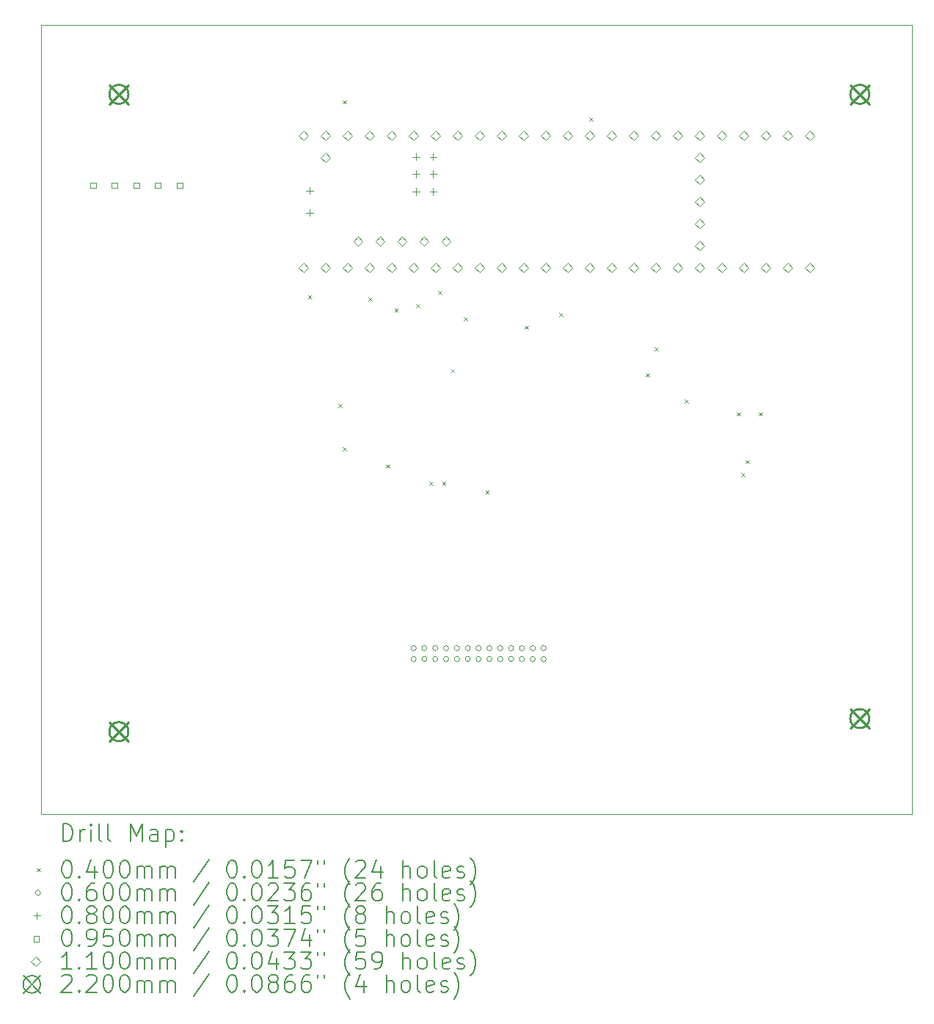
<source format=gbr>
%FSLAX45Y45*%
G04 Gerber Fmt 4.5, Leading zero omitted, Abs format (unit mm)*
G04 Created by KiCad (PCBNEW (6.0.1)) date 2022-04-12 22:30:44*
%MOMM*%
%LPD*%
G01*
G04 APERTURE LIST*
%TA.AperFunction,Profile*%
%ADD10C,0.100000*%
%TD*%
%ADD11C,0.200000*%
%ADD12C,0.040000*%
%ADD13C,0.060000*%
%ADD14C,0.080000*%
%ADD15C,0.095000*%
%ADD16C,0.110000*%
%ADD17C,0.220000*%
G04 APERTURE END LIST*
D10*
X4050000Y-5400000D02*
X14100000Y-5400000D01*
X4050000Y-14500000D02*
X4050000Y-5400000D01*
X14100000Y-14500000D02*
X4050000Y-14500000D01*
X14100000Y-14500000D02*
X14100000Y-5400000D01*
D11*
D12*
X7131000Y-8518000D02*
X7171000Y-8558000D01*
X7171000Y-8518000D02*
X7131000Y-8558000D01*
X7481000Y-9768000D02*
X7521000Y-9808000D01*
X7521000Y-9768000D02*
X7481000Y-9808000D01*
X7531000Y-6268000D02*
X7571000Y-6308000D01*
X7571000Y-6268000D02*
X7531000Y-6308000D01*
X7531000Y-10268000D02*
X7571000Y-10308000D01*
X7571000Y-10268000D02*
X7531000Y-10308000D01*
X7831000Y-8540450D02*
X7871000Y-8580450D01*
X7871000Y-8540450D02*
X7831000Y-8580450D01*
X8031000Y-10468000D02*
X8071000Y-10508000D01*
X8071000Y-10468000D02*
X8031000Y-10508000D01*
X8131000Y-8668000D02*
X8171000Y-8708000D01*
X8171000Y-8668000D02*
X8131000Y-8708000D01*
X8381000Y-8618000D02*
X8421000Y-8658000D01*
X8421000Y-8618000D02*
X8381000Y-8658000D01*
X8531000Y-10668000D02*
X8571000Y-10708000D01*
X8571000Y-10668000D02*
X8531000Y-10708000D01*
X8631000Y-8468000D02*
X8671000Y-8508000D01*
X8671000Y-8468000D02*
X8631000Y-8508000D01*
X8681000Y-10668000D02*
X8721000Y-10708000D01*
X8721000Y-10668000D02*
X8681000Y-10708000D01*
X8781000Y-9368000D02*
X8821000Y-9408000D01*
X8821000Y-9368000D02*
X8781000Y-9408000D01*
X8931000Y-8768000D02*
X8971000Y-8808000D01*
X8971000Y-8768000D02*
X8931000Y-8808000D01*
X9181000Y-10768000D02*
X9221000Y-10808000D01*
X9221000Y-10768000D02*
X9181000Y-10808000D01*
X9631000Y-8868000D02*
X9671000Y-8908000D01*
X9671000Y-8868000D02*
X9631000Y-8908000D01*
X10031000Y-8718000D02*
X10071000Y-8758000D01*
X10071000Y-8718000D02*
X10031000Y-8758000D01*
X10381000Y-6468000D02*
X10421000Y-6508000D01*
X10421000Y-6468000D02*
X10381000Y-6508000D01*
X11031000Y-9418000D02*
X11071000Y-9458000D01*
X11071000Y-9418000D02*
X11031000Y-9458000D01*
X11131000Y-9118000D02*
X11171000Y-9158000D01*
X11171000Y-9118000D02*
X11131000Y-9158000D01*
X11481000Y-9718000D02*
X11521000Y-9758000D01*
X11521000Y-9718000D02*
X11481000Y-9758000D01*
X12081000Y-9868000D02*
X12121000Y-9908000D01*
X12121000Y-9868000D02*
X12081000Y-9908000D01*
X12131000Y-10568000D02*
X12171000Y-10608000D01*
X12171000Y-10568000D02*
X12131000Y-10608000D01*
X12181000Y-10418000D02*
X12221000Y-10458000D01*
X12221000Y-10418000D02*
X12181000Y-10458000D01*
X12331000Y-9868000D02*
X12371000Y-9908000D01*
X12371000Y-9868000D02*
X12331000Y-9908000D01*
D13*
X8381000Y-12588000D02*
G75*
G03*
X8381000Y-12588000I-30000J0D01*
G01*
X8381000Y-12713000D02*
G75*
G03*
X8381000Y-12713000I-30000J0D01*
G01*
X8506000Y-12588000D02*
G75*
G03*
X8506000Y-12588000I-30000J0D01*
G01*
X8506000Y-12713000D02*
G75*
G03*
X8506000Y-12713000I-30000J0D01*
G01*
X8631000Y-12588000D02*
G75*
G03*
X8631000Y-12588000I-30000J0D01*
G01*
X8631000Y-12713000D02*
G75*
G03*
X8631000Y-12713000I-30000J0D01*
G01*
X8756000Y-12588000D02*
G75*
G03*
X8756000Y-12588000I-30000J0D01*
G01*
X8756000Y-12713000D02*
G75*
G03*
X8756000Y-12713000I-30000J0D01*
G01*
X8881000Y-12588000D02*
G75*
G03*
X8881000Y-12588000I-30000J0D01*
G01*
X8881000Y-12713000D02*
G75*
G03*
X8881000Y-12713000I-30000J0D01*
G01*
X9006000Y-12588000D02*
G75*
G03*
X9006000Y-12588000I-30000J0D01*
G01*
X9006000Y-12713000D02*
G75*
G03*
X9006000Y-12713000I-30000J0D01*
G01*
X9131000Y-12588000D02*
G75*
G03*
X9131000Y-12588000I-30000J0D01*
G01*
X9131000Y-12713000D02*
G75*
G03*
X9131000Y-12713000I-30000J0D01*
G01*
X9256000Y-12588000D02*
G75*
G03*
X9256000Y-12588000I-30000J0D01*
G01*
X9256000Y-12713000D02*
G75*
G03*
X9256000Y-12713000I-30000J0D01*
G01*
X9381000Y-12588000D02*
G75*
G03*
X9381000Y-12588000I-30000J0D01*
G01*
X9381000Y-12713000D02*
G75*
G03*
X9381000Y-12713000I-30000J0D01*
G01*
X9506000Y-12588000D02*
G75*
G03*
X9506000Y-12588000I-30000J0D01*
G01*
X9506000Y-12713000D02*
G75*
G03*
X9506000Y-12713000I-30000J0D01*
G01*
X9631000Y-12588000D02*
G75*
G03*
X9631000Y-12588000I-30000J0D01*
G01*
X9631000Y-12713000D02*
G75*
G03*
X9631000Y-12713000I-30000J0D01*
G01*
X9756000Y-12588000D02*
G75*
G03*
X9756000Y-12588000I-30000J0D01*
G01*
X9756000Y-12713000D02*
G75*
G03*
X9756000Y-12713000I-30000J0D01*
G01*
X9881000Y-12588000D02*
G75*
G03*
X9881000Y-12588000I-30000J0D01*
G01*
X9881000Y-12713000D02*
G75*
G03*
X9881000Y-12713000I-30000J0D01*
G01*
D14*
X7153000Y-7271000D02*
X7153000Y-7351000D01*
X7113000Y-7311000D02*
X7193000Y-7311000D01*
X7153000Y-7525000D02*
X7153000Y-7605000D01*
X7113000Y-7565000D02*
X7193000Y-7565000D01*
X8377000Y-6879840D02*
X8377000Y-6959840D01*
X8337000Y-6919840D02*
X8417000Y-6919840D01*
X8377000Y-7079840D02*
X8377000Y-7159840D01*
X8337000Y-7119840D02*
X8417000Y-7119840D01*
X8377000Y-7279840D02*
X8377000Y-7359840D01*
X8337000Y-7319840D02*
X8417000Y-7319840D01*
X8577000Y-6879840D02*
X8577000Y-6959840D01*
X8537000Y-6919840D02*
X8617000Y-6919840D01*
X8577000Y-7079840D02*
X8577000Y-7159840D01*
X8537000Y-7119840D02*
X8617000Y-7119840D01*
X8577000Y-7279840D02*
X8577000Y-7359840D01*
X8537000Y-7319840D02*
X8617000Y-7319840D01*
D15*
X4683588Y-7283588D02*
X4683588Y-7216412D01*
X4616412Y-7216412D01*
X4616412Y-7283588D01*
X4683588Y-7283588D01*
X4933588Y-7283588D02*
X4933588Y-7216412D01*
X4866412Y-7216412D01*
X4866412Y-7283588D01*
X4933588Y-7283588D01*
X5183588Y-7283588D02*
X5183588Y-7216412D01*
X5116412Y-7216412D01*
X5116412Y-7283588D01*
X5183588Y-7283588D01*
X5433588Y-7283588D02*
X5433588Y-7216412D01*
X5366412Y-7216412D01*
X5366412Y-7283588D01*
X5433588Y-7283588D01*
X5683588Y-7283588D02*
X5683588Y-7216412D01*
X5616412Y-7216412D01*
X5616412Y-7283588D01*
X5683588Y-7283588D01*
D16*
X7080000Y-6731000D02*
X7135000Y-6676000D01*
X7080000Y-6621000D01*
X7025000Y-6676000D01*
X7080000Y-6731000D01*
X7080000Y-8255000D02*
X7135000Y-8200000D01*
X7080000Y-8145000D01*
X7025000Y-8200000D01*
X7080000Y-8255000D01*
X7334000Y-6731000D02*
X7389000Y-6676000D01*
X7334000Y-6621000D01*
X7279000Y-6676000D01*
X7334000Y-6731000D01*
X7334000Y-6985000D02*
X7389000Y-6930000D01*
X7334000Y-6875000D01*
X7279000Y-6930000D01*
X7334000Y-6985000D01*
X7334000Y-8255000D02*
X7389000Y-8200000D01*
X7334000Y-8145000D01*
X7279000Y-8200000D01*
X7334000Y-8255000D01*
X7588000Y-6731000D02*
X7643000Y-6676000D01*
X7588000Y-6621000D01*
X7533000Y-6676000D01*
X7588000Y-6731000D01*
X7588000Y-8255000D02*
X7643000Y-8200000D01*
X7588000Y-8145000D01*
X7533000Y-8200000D01*
X7588000Y-8255000D01*
X7709920Y-7949920D02*
X7764920Y-7894920D01*
X7709920Y-7839920D01*
X7654920Y-7894920D01*
X7709920Y-7949920D01*
X7842000Y-6731000D02*
X7897000Y-6676000D01*
X7842000Y-6621000D01*
X7787000Y-6676000D01*
X7842000Y-6731000D01*
X7842000Y-8255000D02*
X7897000Y-8200000D01*
X7842000Y-8145000D01*
X7787000Y-8200000D01*
X7842000Y-8255000D01*
X7963920Y-7949920D02*
X8018920Y-7894920D01*
X7963920Y-7839920D01*
X7908920Y-7894920D01*
X7963920Y-7949920D01*
X8096000Y-6731000D02*
X8151000Y-6676000D01*
X8096000Y-6621000D01*
X8041000Y-6676000D01*
X8096000Y-6731000D01*
X8096000Y-8255000D02*
X8151000Y-8200000D01*
X8096000Y-8145000D01*
X8041000Y-8200000D01*
X8096000Y-8255000D01*
X8217920Y-7949920D02*
X8272920Y-7894920D01*
X8217920Y-7839920D01*
X8162920Y-7894920D01*
X8217920Y-7949920D01*
X8350000Y-6731000D02*
X8405000Y-6676000D01*
X8350000Y-6621000D01*
X8295000Y-6676000D01*
X8350000Y-6731000D01*
X8350000Y-8255000D02*
X8405000Y-8200000D01*
X8350000Y-8145000D01*
X8295000Y-8200000D01*
X8350000Y-8255000D01*
X8471920Y-7949920D02*
X8526920Y-7894920D01*
X8471920Y-7839920D01*
X8416920Y-7894920D01*
X8471920Y-7949920D01*
X8604000Y-6731000D02*
X8659000Y-6676000D01*
X8604000Y-6621000D01*
X8549000Y-6676000D01*
X8604000Y-6731000D01*
X8604000Y-8255000D02*
X8659000Y-8200000D01*
X8604000Y-8145000D01*
X8549000Y-8200000D01*
X8604000Y-8255000D01*
X8725920Y-7949920D02*
X8780920Y-7894920D01*
X8725920Y-7839920D01*
X8670920Y-7894920D01*
X8725920Y-7949920D01*
X8858000Y-6731000D02*
X8913000Y-6676000D01*
X8858000Y-6621000D01*
X8803000Y-6676000D01*
X8858000Y-6731000D01*
X8858000Y-8255000D02*
X8913000Y-8200000D01*
X8858000Y-8145000D01*
X8803000Y-8200000D01*
X8858000Y-8255000D01*
X9112000Y-6731000D02*
X9167000Y-6676000D01*
X9112000Y-6621000D01*
X9057000Y-6676000D01*
X9112000Y-6731000D01*
X9112000Y-8255000D02*
X9167000Y-8200000D01*
X9112000Y-8145000D01*
X9057000Y-8200000D01*
X9112000Y-8255000D01*
X9366000Y-6731000D02*
X9421000Y-6676000D01*
X9366000Y-6621000D01*
X9311000Y-6676000D01*
X9366000Y-6731000D01*
X9366000Y-8255000D02*
X9421000Y-8200000D01*
X9366000Y-8145000D01*
X9311000Y-8200000D01*
X9366000Y-8255000D01*
X9620000Y-6731000D02*
X9675000Y-6676000D01*
X9620000Y-6621000D01*
X9565000Y-6676000D01*
X9620000Y-6731000D01*
X9620000Y-8255000D02*
X9675000Y-8200000D01*
X9620000Y-8145000D01*
X9565000Y-8200000D01*
X9620000Y-8255000D01*
X9874000Y-6731000D02*
X9929000Y-6676000D01*
X9874000Y-6621000D01*
X9819000Y-6676000D01*
X9874000Y-6731000D01*
X9874000Y-8255000D02*
X9929000Y-8200000D01*
X9874000Y-8145000D01*
X9819000Y-8200000D01*
X9874000Y-8255000D01*
X10128000Y-6731000D02*
X10183000Y-6676000D01*
X10128000Y-6621000D01*
X10073000Y-6676000D01*
X10128000Y-6731000D01*
X10128000Y-8255000D02*
X10183000Y-8200000D01*
X10128000Y-8145000D01*
X10073000Y-8200000D01*
X10128000Y-8255000D01*
X10382000Y-6731000D02*
X10437000Y-6676000D01*
X10382000Y-6621000D01*
X10327000Y-6676000D01*
X10382000Y-6731000D01*
X10382000Y-8255000D02*
X10437000Y-8200000D01*
X10382000Y-8145000D01*
X10327000Y-8200000D01*
X10382000Y-8255000D01*
X10636000Y-6731000D02*
X10691000Y-6676000D01*
X10636000Y-6621000D01*
X10581000Y-6676000D01*
X10636000Y-6731000D01*
X10636000Y-8255000D02*
X10691000Y-8200000D01*
X10636000Y-8145000D01*
X10581000Y-8200000D01*
X10636000Y-8255000D01*
X10890000Y-6731000D02*
X10945000Y-6676000D01*
X10890000Y-6621000D01*
X10835000Y-6676000D01*
X10890000Y-6731000D01*
X10890000Y-8255000D02*
X10945000Y-8200000D01*
X10890000Y-8145000D01*
X10835000Y-8200000D01*
X10890000Y-8255000D01*
X11144000Y-6731000D02*
X11199000Y-6676000D01*
X11144000Y-6621000D01*
X11089000Y-6676000D01*
X11144000Y-6731000D01*
X11144000Y-8255000D02*
X11199000Y-8200000D01*
X11144000Y-8145000D01*
X11089000Y-8200000D01*
X11144000Y-8255000D01*
X11398000Y-6731000D02*
X11453000Y-6676000D01*
X11398000Y-6621000D01*
X11343000Y-6676000D01*
X11398000Y-6731000D01*
X11398000Y-8255000D02*
X11453000Y-8200000D01*
X11398000Y-8145000D01*
X11343000Y-8200000D01*
X11398000Y-8255000D01*
X11652000Y-6731000D02*
X11707000Y-6676000D01*
X11652000Y-6621000D01*
X11597000Y-6676000D01*
X11652000Y-6731000D01*
X11652000Y-6985000D02*
X11707000Y-6930000D01*
X11652000Y-6875000D01*
X11597000Y-6930000D01*
X11652000Y-6985000D01*
X11652000Y-7239000D02*
X11707000Y-7184000D01*
X11652000Y-7129000D01*
X11597000Y-7184000D01*
X11652000Y-7239000D01*
X11652000Y-7493000D02*
X11707000Y-7438000D01*
X11652000Y-7383000D01*
X11597000Y-7438000D01*
X11652000Y-7493000D01*
X11652000Y-7747000D02*
X11707000Y-7692000D01*
X11652000Y-7637000D01*
X11597000Y-7692000D01*
X11652000Y-7747000D01*
X11652000Y-8001000D02*
X11707000Y-7946000D01*
X11652000Y-7891000D01*
X11597000Y-7946000D01*
X11652000Y-8001000D01*
X11652000Y-8255000D02*
X11707000Y-8200000D01*
X11652000Y-8145000D01*
X11597000Y-8200000D01*
X11652000Y-8255000D01*
X11906000Y-6731000D02*
X11961000Y-6676000D01*
X11906000Y-6621000D01*
X11851000Y-6676000D01*
X11906000Y-6731000D01*
X11906000Y-8255000D02*
X11961000Y-8200000D01*
X11906000Y-8145000D01*
X11851000Y-8200000D01*
X11906000Y-8255000D01*
X12160000Y-6731000D02*
X12215000Y-6676000D01*
X12160000Y-6621000D01*
X12105000Y-6676000D01*
X12160000Y-6731000D01*
X12160000Y-8255000D02*
X12215000Y-8200000D01*
X12160000Y-8145000D01*
X12105000Y-8200000D01*
X12160000Y-8255000D01*
X12414000Y-6731000D02*
X12469000Y-6676000D01*
X12414000Y-6621000D01*
X12359000Y-6676000D01*
X12414000Y-6731000D01*
X12414000Y-8255000D02*
X12469000Y-8200000D01*
X12414000Y-8145000D01*
X12359000Y-8200000D01*
X12414000Y-8255000D01*
X12668000Y-6731000D02*
X12723000Y-6676000D01*
X12668000Y-6621000D01*
X12613000Y-6676000D01*
X12668000Y-6731000D01*
X12668000Y-8255000D02*
X12723000Y-8200000D01*
X12668000Y-8145000D01*
X12613000Y-8200000D01*
X12668000Y-8255000D01*
X12922000Y-6731000D02*
X12977000Y-6676000D01*
X12922000Y-6621000D01*
X12867000Y-6676000D01*
X12922000Y-6731000D01*
X12922000Y-8255000D02*
X12977000Y-8200000D01*
X12922000Y-8145000D01*
X12867000Y-8200000D01*
X12922000Y-8255000D01*
D17*
X4840000Y-6090000D02*
X5060000Y-6310000D01*
X5060000Y-6090000D02*
X4840000Y-6310000D01*
X5060000Y-6200000D02*
G75*
G03*
X5060000Y-6200000I-110000J0D01*
G01*
X4840000Y-13440000D02*
X5060000Y-13660000D01*
X5060000Y-13440000D02*
X4840000Y-13660000D01*
X5060000Y-13550000D02*
G75*
G03*
X5060000Y-13550000I-110000J0D01*
G01*
X13390000Y-6090000D02*
X13610000Y-6310000D01*
X13610000Y-6090000D02*
X13390000Y-6310000D01*
X13610000Y-6200000D02*
G75*
G03*
X13610000Y-6200000I-110000J0D01*
G01*
X13390000Y-13290000D02*
X13610000Y-13510000D01*
X13610000Y-13290000D02*
X13390000Y-13510000D01*
X13610000Y-13400000D02*
G75*
G03*
X13610000Y-13400000I-110000J0D01*
G01*
D11*
X4302619Y-14815476D02*
X4302619Y-14615476D01*
X4350238Y-14615476D01*
X4378810Y-14625000D01*
X4397857Y-14644048D01*
X4407381Y-14663095D01*
X4416905Y-14701190D01*
X4416905Y-14729762D01*
X4407381Y-14767857D01*
X4397857Y-14786905D01*
X4378810Y-14805952D01*
X4350238Y-14815476D01*
X4302619Y-14815476D01*
X4502619Y-14815476D02*
X4502619Y-14682143D01*
X4502619Y-14720238D02*
X4512143Y-14701190D01*
X4521667Y-14691667D01*
X4540714Y-14682143D01*
X4559762Y-14682143D01*
X4626429Y-14815476D02*
X4626429Y-14682143D01*
X4626429Y-14615476D02*
X4616905Y-14625000D01*
X4626429Y-14634524D01*
X4635952Y-14625000D01*
X4626429Y-14615476D01*
X4626429Y-14634524D01*
X4750238Y-14815476D02*
X4731190Y-14805952D01*
X4721667Y-14786905D01*
X4721667Y-14615476D01*
X4855000Y-14815476D02*
X4835952Y-14805952D01*
X4826429Y-14786905D01*
X4826429Y-14615476D01*
X5083571Y-14815476D02*
X5083571Y-14615476D01*
X5150238Y-14758333D01*
X5216905Y-14615476D01*
X5216905Y-14815476D01*
X5397857Y-14815476D02*
X5397857Y-14710714D01*
X5388333Y-14691667D01*
X5369286Y-14682143D01*
X5331190Y-14682143D01*
X5312143Y-14691667D01*
X5397857Y-14805952D02*
X5378810Y-14815476D01*
X5331190Y-14815476D01*
X5312143Y-14805952D01*
X5302619Y-14786905D01*
X5302619Y-14767857D01*
X5312143Y-14748809D01*
X5331190Y-14739286D01*
X5378810Y-14739286D01*
X5397857Y-14729762D01*
X5493095Y-14682143D02*
X5493095Y-14882143D01*
X5493095Y-14691667D02*
X5512143Y-14682143D01*
X5550238Y-14682143D01*
X5569286Y-14691667D01*
X5578810Y-14701190D01*
X5588333Y-14720238D01*
X5588333Y-14777381D01*
X5578810Y-14796428D01*
X5569286Y-14805952D01*
X5550238Y-14815476D01*
X5512143Y-14815476D01*
X5493095Y-14805952D01*
X5674048Y-14796428D02*
X5683571Y-14805952D01*
X5674048Y-14815476D01*
X5664524Y-14805952D01*
X5674048Y-14796428D01*
X5674048Y-14815476D01*
X5674048Y-14691667D02*
X5683571Y-14701190D01*
X5674048Y-14710714D01*
X5664524Y-14701190D01*
X5674048Y-14691667D01*
X5674048Y-14710714D01*
D12*
X4005000Y-15125000D02*
X4045000Y-15165000D01*
X4045000Y-15125000D02*
X4005000Y-15165000D01*
D11*
X4340714Y-15035476D02*
X4359762Y-15035476D01*
X4378810Y-15045000D01*
X4388333Y-15054524D01*
X4397857Y-15073571D01*
X4407381Y-15111667D01*
X4407381Y-15159286D01*
X4397857Y-15197381D01*
X4388333Y-15216428D01*
X4378810Y-15225952D01*
X4359762Y-15235476D01*
X4340714Y-15235476D01*
X4321667Y-15225952D01*
X4312143Y-15216428D01*
X4302619Y-15197381D01*
X4293095Y-15159286D01*
X4293095Y-15111667D01*
X4302619Y-15073571D01*
X4312143Y-15054524D01*
X4321667Y-15045000D01*
X4340714Y-15035476D01*
X4493095Y-15216428D02*
X4502619Y-15225952D01*
X4493095Y-15235476D01*
X4483571Y-15225952D01*
X4493095Y-15216428D01*
X4493095Y-15235476D01*
X4674048Y-15102143D02*
X4674048Y-15235476D01*
X4626429Y-15025952D02*
X4578810Y-15168809D01*
X4702619Y-15168809D01*
X4816905Y-15035476D02*
X4835952Y-15035476D01*
X4855000Y-15045000D01*
X4864524Y-15054524D01*
X4874048Y-15073571D01*
X4883571Y-15111667D01*
X4883571Y-15159286D01*
X4874048Y-15197381D01*
X4864524Y-15216428D01*
X4855000Y-15225952D01*
X4835952Y-15235476D01*
X4816905Y-15235476D01*
X4797857Y-15225952D01*
X4788333Y-15216428D01*
X4778810Y-15197381D01*
X4769286Y-15159286D01*
X4769286Y-15111667D01*
X4778810Y-15073571D01*
X4788333Y-15054524D01*
X4797857Y-15045000D01*
X4816905Y-15035476D01*
X5007381Y-15035476D02*
X5026429Y-15035476D01*
X5045476Y-15045000D01*
X5055000Y-15054524D01*
X5064524Y-15073571D01*
X5074048Y-15111667D01*
X5074048Y-15159286D01*
X5064524Y-15197381D01*
X5055000Y-15216428D01*
X5045476Y-15225952D01*
X5026429Y-15235476D01*
X5007381Y-15235476D01*
X4988333Y-15225952D01*
X4978810Y-15216428D01*
X4969286Y-15197381D01*
X4959762Y-15159286D01*
X4959762Y-15111667D01*
X4969286Y-15073571D01*
X4978810Y-15054524D01*
X4988333Y-15045000D01*
X5007381Y-15035476D01*
X5159762Y-15235476D02*
X5159762Y-15102143D01*
X5159762Y-15121190D02*
X5169286Y-15111667D01*
X5188333Y-15102143D01*
X5216905Y-15102143D01*
X5235952Y-15111667D01*
X5245476Y-15130714D01*
X5245476Y-15235476D01*
X5245476Y-15130714D02*
X5255000Y-15111667D01*
X5274048Y-15102143D01*
X5302619Y-15102143D01*
X5321667Y-15111667D01*
X5331190Y-15130714D01*
X5331190Y-15235476D01*
X5426429Y-15235476D02*
X5426429Y-15102143D01*
X5426429Y-15121190D02*
X5435952Y-15111667D01*
X5455000Y-15102143D01*
X5483571Y-15102143D01*
X5502619Y-15111667D01*
X5512143Y-15130714D01*
X5512143Y-15235476D01*
X5512143Y-15130714D02*
X5521667Y-15111667D01*
X5540714Y-15102143D01*
X5569286Y-15102143D01*
X5588333Y-15111667D01*
X5597857Y-15130714D01*
X5597857Y-15235476D01*
X5988333Y-15025952D02*
X5816905Y-15283095D01*
X6245476Y-15035476D02*
X6264524Y-15035476D01*
X6283571Y-15045000D01*
X6293095Y-15054524D01*
X6302619Y-15073571D01*
X6312143Y-15111667D01*
X6312143Y-15159286D01*
X6302619Y-15197381D01*
X6293095Y-15216428D01*
X6283571Y-15225952D01*
X6264524Y-15235476D01*
X6245476Y-15235476D01*
X6226428Y-15225952D01*
X6216905Y-15216428D01*
X6207381Y-15197381D01*
X6197857Y-15159286D01*
X6197857Y-15111667D01*
X6207381Y-15073571D01*
X6216905Y-15054524D01*
X6226428Y-15045000D01*
X6245476Y-15035476D01*
X6397857Y-15216428D02*
X6407381Y-15225952D01*
X6397857Y-15235476D01*
X6388333Y-15225952D01*
X6397857Y-15216428D01*
X6397857Y-15235476D01*
X6531190Y-15035476D02*
X6550238Y-15035476D01*
X6569286Y-15045000D01*
X6578809Y-15054524D01*
X6588333Y-15073571D01*
X6597857Y-15111667D01*
X6597857Y-15159286D01*
X6588333Y-15197381D01*
X6578809Y-15216428D01*
X6569286Y-15225952D01*
X6550238Y-15235476D01*
X6531190Y-15235476D01*
X6512143Y-15225952D01*
X6502619Y-15216428D01*
X6493095Y-15197381D01*
X6483571Y-15159286D01*
X6483571Y-15111667D01*
X6493095Y-15073571D01*
X6502619Y-15054524D01*
X6512143Y-15045000D01*
X6531190Y-15035476D01*
X6788333Y-15235476D02*
X6674048Y-15235476D01*
X6731190Y-15235476D02*
X6731190Y-15035476D01*
X6712143Y-15064048D01*
X6693095Y-15083095D01*
X6674048Y-15092619D01*
X6969286Y-15035476D02*
X6874048Y-15035476D01*
X6864524Y-15130714D01*
X6874048Y-15121190D01*
X6893095Y-15111667D01*
X6940714Y-15111667D01*
X6959762Y-15121190D01*
X6969286Y-15130714D01*
X6978809Y-15149762D01*
X6978809Y-15197381D01*
X6969286Y-15216428D01*
X6959762Y-15225952D01*
X6940714Y-15235476D01*
X6893095Y-15235476D01*
X6874048Y-15225952D01*
X6864524Y-15216428D01*
X7045476Y-15035476D02*
X7178809Y-15035476D01*
X7093095Y-15235476D01*
X7245476Y-15035476D02*
X7245476Y-15073571D01*
X7321667Y-15035476D02*
X7321667Y-15073571D01*
X7616905Y-15311667D02*
X7607381Y-15302143D01*
X7588333Y-15273571D01*
X7578809Y-15254524D01*
X7569286Y-15225952D01*
X7559762Y-15178333D01*
X7559762Y-15140238D01*
X7569286Y-15092619D01*
X7578809Y-15064048D01*
X7588333Y-15045000D01*
X7607381Y-15016428D01*
X7616905Y-15006905D01*
X7683571Y-15054524D02*
X7693095Y-15045000D01*
X7712143Y-15035476D01*
X7759762Y-15035476D01*
X7778809Y-15045000D01*
X7788333Y-15054524D01*
X7797857Y-15073571D01*
X7797857Y-15092619D01*
X7788333Y-15121190D01*
X7674048Y-15235476D01*
X7797857Y-15235476D01*
X7969286Y-15102143D02*
X7969286Y-15235476D01*
X7921667Y-15025952D02*
X7874048Y-15168809D01*
X7997857Y-15168809D01*
X8226428Y-15235476D02*
X8226428Y-15035476D01*
X8312143Y-15235476D02*
X8312143Y-15130714D01*
X8302619Y-15111667D01*
X8283571Y-15102143D01*
X8255000Y-15102143D01*
X8235952Y-15111667D01*
X8226428Y-15121190D01*
X8435952Y-15235476D02*
X8416905Y-15225952D01*
X8407381Y-15216428D01*
X8397857Y-15197381D01*
X8397857Y-15140238D01*
X8407381Y-15121190D01*
X8416905Y-15111667D01*
X8435952Y-15102143D01*
X8464524Y-15102143D01*
X8483571Y-15111667D01*
X8493095Y-15121190D01*
X8502619Y-15140238D01*
X8502619Y-15197381D01*
X8493095Y-15216428D01*
X8483571Y-15225952D01*
X8464524Y-15235476D01*
X8435952Y-15235476D01*
X8616905Y-15235476D02*
X8597857Y-15225952D01*
X8588333Y-15206905D01*
X8588333Y-15035476D01*
X8769286Y-15225952D02*
X8750238Y-15235476D01*
X8712143Y-15235476D01*
X8693095Y-15225952D01*
X8683571Y-15206905D01*
X8683571Y-15130714D01*
X8693095Y-15111667D01*
X8712143Y-15102143D01*
X8750238Y-15102143D01*
X8769286Y-15111667D01*
X8778810Y-15130714D01*
X8778810Y-15149762D01*
X8683571Y-15168809D01*
X8855000Y-15225952D02*
X8874048Y-15235476D01*
X8912143Y-15235476D01*
X8931190Y-15225952D01*
X8940714Y-15206905D01*
X8940714Y-15197381D01*
X8931190Y-15178333D01*
X8912143Y-15168809D01*
X8883571Y-15168809D01*
X8864524Y-15159286D01*
X8855000Y-15140238D01*
X8855000Y-15130714D01*
X8864524Y-15111667D01*
X8883571Y-15102143D01*
X8912143Y-15102143D01*
X8931190Y-15111667D01*
X9007381Y-15311667D02*
X9016905Y-15302143D01*
X9035952Y-15273571D01*
X9045476Y-15254524D01*
X9055000Y-15225952D01*
X9064524Y-15178333D01*
X9064524Y-15140238D01*
X9055000Y-15092619D01*
X9045476Y-15064048D01*
X9035952Y-15045000D01*
X9016905Y-15016428D01*
X9007381Y-15006905D01*
D13*
X4045000Y-15409000D02*
G75*
G03*
X4045000Y-15409000I-30000J0D01*
G01*
D11*
X4340714Y-15299476D02*
X4359762Y-15299476D01*
X4378810Y-15309000D01*
X4388333Y-15318524D01*
X4397857Y-15337571D01*
X4407381Y-15375667D01*
X4407381Y-15423286D01*
X4397857Y-15461381D01*
X4388333Y-15480428D01*
X4378810Y-15489952D01*
X4359762Y-15499476D01*
X4340714Y-15499476D01*
X4321667Y-15489952D01*
X4312143Y-15480428D01*
X4302619Y-15461381D01*
X4293095Y-15423286D01*
X4293095Y-15375667D01*
X4302619Y-15337571D01*
X4312143Y-15318524D01*
X4321667Y-15309000D01*
X4340714Y-15299476D01*
X4493095Y-15480428D02*
X4502619Y-15489952D01*
X4493095Y-15499476D01*
X4483571Y-15489952D01*
X4493095Y-15480428D01*
X4493095Y-15499476D01*
X4674048Y-15299476D02*
X4635952Y-15299476D01*
X4616905Y-15309000D01*
X4607381Y-15318524D01*
X4588333Y-15347095D01*
X4578810Y-15385190D01*
X4578810Y-15461381D01*
X4588333Y-15480428D01*
X4597857Y-15489952D01*
X4616905Y-15499476D01*
X4655000Y-15499476D01*
X4674048Y-15489952D01*
X4683571Y-15480428D01*
X4693095Y-15461381D01*
X4693095Y-15413762D01*
X4683571Y-15394714D01*
X4674048Y-15385190D01*
X4655000Y-15375667D01*
X4616905Y-15375667D01*
X4597857Y-15385190D01*
X4588333Y-15394714D01*
X4578810Y-15413762D01*
X4816905Y-15299476D02*
X4835952Y-15299476D01*
X4855000Y-15309000D01*
X4864524Y-15318524D01*
X4874048Y-15337571D01*
X4883571Y-15375667D01*
X4883571Y-15423286D01*
X4874048Y-15461381D01*
X4864524Y-15480428D01*
X4855000Y-15489952D01*
X4835952Y-15499476D01*
X4816905Y-15499476D01*
X4797857Y-15489952D01*
X4788333Y-15480428D01*
X4778810Y-15461381D01*
X4769286Y-15423286D01*
X4769286Y-15375667D01*
X4778810Y-15337571D01*
X4788333Y-15318524D01*
X4797857Y-15309000D01*
X4816905Y-15299476D01*
X5007381Y-15299476D02*
X5026429Y-15299476D01*
X5045476Y-15309000D01*
X5055000Y-15318524D01*
X5064524Y-15337571D01*
X5074048Y-15375667D01*
X5074048Y-15423286D01*
X5064524Y-15461381D01*
X5055000Y-15480428D01*
X5045476Y-15489952D01*
X5026429Y-15499476D01*
X5007381Y-15499476D01*
X4988333Y-15489952D01*
X4978810Y-15480428D01*
X4969286Y-15461381D01*
X4959762Y-15423286D01*
X4959762Y-15375667D01*
X4969286Y-15337571D01*
X4978810Y-15318524D01*
X4988333Y-15309000D01*
X5007381Y-15299476D01*
X5159762Y-15499476D02*
X5159762Y-15366143D01*
X5159762Y-15385190D02*
X5169286Y-15375667D01*
X5188333Y-15366143D01*
X5216905Y-15366143D01*
X5235952Y-15375667D01*
X5245476Y-15394714D01*
X5245476Y-15499476D01*
X5245476Y-15394714D02*
X5255000Y-15375667D01*
X5274048Y-15366143D01*
X5302619Y-15366143D01*
X5321667Y-15375667D01*
X5331190Y-15394714D01*
X5331190Y-15499476D01*
X5426429Y-15499476D02*
X5426429Y-15366143D01*
X5426429Y-15385190D02*
X5435952Y-15375667D01*
X5455000Y-15366143D01*
X5483571Y-15366143D01*
X5502619Y-15375667D01*
X5512143Y-15394714D01*
X5512143Y-15499476D01*
X5512143Y-15394714D02*
X5521667Y-15375667D01*
X5540714Y-15366143D01*
X5569286Y-15366143D01*
X5588333Y-15375667D01*
X5597857Y-15394714D01*
X5597857Y-15499476D01*
X5988333Y-15289952D02*
X5816905Y-15547095D01*
X6245476Y-15299476D02*
X6264524Y-15299476D01*
X6283571Y-15309000D01*
X6293095Y-15318524D01*
X6302619Y-15337571D01*
X6312143Y-15375667D01*
X6312143Y-15423286D01*
X6302619Y-15461381D01*
X6293095Y-15480428D01*
X6283571Y-15489952D01*
X6264524Y-15499476D01*
X6245476Y-15499476D01*
X6226428Y-15489952D01*
X6216905Y-15480428D01*
X6207381Y-15461381D01*
X6197857Y-15423286D01*
X6197857Y-15375667D01*
X6207381Y-15337571D01*
X6216905Y-15318524D01*
X6226428Y-15309000D01*
X6245476Y-15299476D01*
X6397857Y-15480428D02*
X6407381Y-15489952D01*
X6397857Y-15499476D01*
X6388333Y-15489952D01*
X6397857Y-15480428D01*
X6397857Y-15499476D01*
X6531190Y-15299476D02*
X6550238Y-15299476D01*
X6569286Y-15309000D01*
X6578809Y-15318524D01*
X6588333Y-15337571D01*
X6597857Y-15375667D01*
X6597857Y-15423286D01*
X6588333Y-15461381D01*
X6578809Y-15480428D01*
X6569286Y-15489952D01*
X6550238Y-15499476D01*
X6531190Y-15499476D01*
X6512143Y-15489952D01*
X6502619Y-15480428D01*
X6493095Y-15461381D01*
X6483571Y-15423286D01*
X6483571Y-15375667D01*
X6493095Y-15337571D01*
X6502619Y-15318524D01*
X6512143Y-15309000D01*
X6531190Y-15299476D01*
X6674048Y-15318524D02*
X6683571Y-15309000D01*
X6702619Y-15299476D01*
X6750238Y-15299476D01*
X6769286Y-15309000D01*
X6778809Y-15318524D01*
X6788333Y-15337571D01*
X6788333Y-15356619D01*
X6778809Y-15385190D01*
X6664524Y-15499476D01*
X6788333Y-15499476D01*
X6855000Y-15299476D02*
X6978809Y-15299476D01*
X6912143Y-15375667D01*
X6940714Y-15375667D01*
X6959762Y-15385190D01*
X6969286Y-15394714D01*
X6978809Y-15413762D01*
X6978809Y-15461381D01*
X6969286Y-15480428D01*
X6959762Y-15489952D01*
X6940714Y-15499476D01*
X6883571Y-15499476D01*
X6864524Y-15489952D01*
X6855000Y-15480428D01*
X7150238Y-15299476D02*
X7112143Y-15299476D01*
X7093095Y-15309000D01*
X7083571Y-15318524D01*
X7064524Y-15347095D01*
X7055000Y-15385190D01*
X7055000Y-15461381D01*
X7064524Y-15480428D01*
X7074048Y-15489952D01*
X7093095Y-15499476D01*
X7131190Y-15499476D01*
X7150238Y-15489952D01*
X7159762Y-15480428D01*
X7169286Y-15461381D01*
X7169286Y-15413762D01*
X7159762Y-15394714D01*
X7150238Y-15385190D01*
X7131190Y-15375667D01*
X7093095Y-15375667D01*
X7074048Y-15385190D01*
X7064524Y-15394714D01*
X7055000Y-15413762D01*
X7245476Y-15299476D02*
X7245476Y-15337571D01*
X7321667Y-15299476D02*
X7321667Y-15337571D01*
X7616905Y-15575667D02*
X7607381Y-15566143D01*
X7588333Y-15537571D01*
X7578809Y-15518524D01*
X7569286Y-15489952D01*
X7559762Y-15442333D01*
X7559762Y-15404238D01*
X7569286Y-15356619D01*
X7578809Y-15328048D01*
X7588333Y-15309000D01*
X7607381Y-15280428D01*
X7616905Y-15270905D01*
X7683571Y-15318524D02*
X7693095Y-15309000D01*
X7712143Y-15299476D01*
X7759762Y-15299476D01*
X7778809Y-15309000D01*
X7788333Y-15318524D01*
X7797857Y-15337571D01*
X7797857Y-15356619D01*
X7788333Y-15385190D01*
X7674048Y-15499476D01*
X7797857Y-15499476D01*
X7969286Y-15299476D02*
X7931190Y-15299476D01*
X7912143Y-15309000D01*
X7902619Y-15318524D01*
X7883571Y-15347095D01*
X7874048Y-15385190D01*
X7874048Y-15461381D01*
X7883571Y-15480428D01*
X7893095Y-15489952D01*
X7912143Y-15499476D01*
X7950238Y-15499476D01*
X7969286Y-15489952D01*
X7978809Y-15480428D01*
X7988333Y-15461381D01*
X7988333Y-15413762D01*
X7978809Y-15394714D01*
X7969286Y-15385190D01*
X7950238Y-15375667D01*
X7912143Y-15375667D01*
X7893095Y-15385190D01*
X7883571Y-15394714D01*
X7874048Y-15413762D01*
X8226428Y-15499476D02*
X8226428Y-15299476D01*
X8312143Y-15499476D02*
X8312143Y-15394714D01*
X8302619Y-15375667D01*
X8283571Y-15366143D01*
X8255000Y-15366143D01*
X8235952Y-15375667D01*
X8226428Y-15385190D01*
X8435952Y-15499476D02*
X8416905Y-15489952D01*
X8407381Y-15480428D01*
X8397857Y-15461381D01*
X8397857Y-15404238D01*
X8407381Y-15385190D01*
X8416905Y-15375667D01*
X8435952Y-15366143D01*
X8464524Y-15366143D01*
X8483571Y-15375667D01*
X8493095Y-15385190D01*
X8502619Y-15404238D01*
X8502619Y-15461381D01*
X8493095Y-15480428D01*
X8483571Y-15489952D01*
X8464524Y-15499476D01*
X8435952Y-15499476D01*
X8616905Y-15499476D02*
X8597857Y-15489952D01*
X8588333Y-15470905D01*
X8588333Y-15299476D01*
X8769286Y-15489952D02*
X8750238Y-15499476D01*
X8712143Y-15499476D01*
X8693095Y-15489952D01*
X8683571Y-15470905D01*
X8683571Y-15394714D01*
X8693095Y-15375667D01*
X8712143Y-15366143D01*
X8750238Y-15366143D01*
X8769286Y-15375667D01*
X8778810Y-15394714D01*
X8778810Y-15413762D01*
X8683571Y-15432809D01*
X8855000Y-15489952D02*
X8874048Y-15499476D01*
X8912143Y-15499476D01*
X8931190Y-15489952D01*
X8940714Y-15470905D01*
X8940714Y-15461381D01*
X8931190Y-15442333D01*
X8912143Y-15432809D01*
X8883571Y-15432809D01*
X8864524Y-15423286D01*
X8855000Y-15404238D01*
X8855000Y-15394714D01*
X8864524Y-15375667D01*
X8883571Y-15366143D01*
X8912143Y-15366143D01*
X8931190Y-15375667D01*
X9007381Y-15575667D02*
X9016905Y-15566143D01*
X9035952Y-15537571D01*
X9045476Y-15518524D01*
X9055000Y-15489952D01*
X9064524Y-15442333D01*
X9064524Y-15404238D01*
X9055000Y-15356619D01*
X9045476Y-15328048D01*
X9035952Y-15309000D01*
X9016905Y-15280428D01*
X9007381Y-15270905D01*
D14*
X4005000Y-15633000D02*
X4005000Y-15713000D01*
X3965000Y-15673000D02*
X4045000Y-15673000D01*
D11*
X4340714Y-15563476D02*
X4359762Y-15563476D01*
X4378810Y-15573000D01*
X4388333Y-15582524D01*
X4397857Y-15601571D01*
X4407381Y-15639667D01*
X4407381Y-15687286D01*
X4397857Y-15725381D01*
X4388333Y-15744428D01*
X4378810Y-15753952D01*
X4359762Y-15763476D01*
X4340714Y-15763476D01*
X4321667Y-15753952D01*
X4312143Y-15744428D01*
X4302619Y-15725381D01*
X4293095Y-15687286D01*
X4293095Y-15639667D01*
X4302619Y-15601571D01*
X4312143Y-15582524D01*
X4321667Y-15573000D01*
X4340714Y-15563476D01*
X4493095Y-15744428D02*
X4502619Y-15753952D01*
X4493095Y-15763476D01*
X4483571Y-15753952D01*
X4493095Y-15744428D01*
X4493095Y-15763476D01*
X4616905Y-15649190D02*
X4597857Y-15639667D01*
X4588333Y-15630143D01*
X4578810Y-15611095D01*
X4578810Y-15601571D01*
X4588333Y-15582524D01*
X4597857Y-15573000D01*
X4616905Y-15563476D01*
X4655000Y-15563476D01*
X4674048Y-15573000D01*
X4683571Y-15582524D01*
X4693095Y-15601571D01*
X4693095Y-15611095D01*
X4683571Y-15630143D01*
X4674048Y-15639667D01*
X4655000Y-15649190D01*
X4616905Y-15649190D01*
X4597857Y-15658714D01*
X4588333Y-15668238D01*
X4578810Y-15687286D01*
X4578810Y-15725381D01*
X4588333Y-15744428D01*
X4597857Y-15753952D01*
X4616905Y-15763476D01*
X4655000Y-15763476D01*
X4674048Y-15753952D01*
X4683571Y-15744428D01*
X4693095Y-15725381D01*
X4693095Y-15687286D01*
X4683571Y-15668238D01*
X4674048Y-15658714D01*
X4655000Y-15649190D01*
X4816905Y-15563476D02*
X4835952Y-15563476D01*
X4855000Y-15573000D01*
X4864524Y-15582524D01*
X4874048Y-15601571D01*
X4883571Y-15639667D01*
X4883571Y-15687286D01*
X4874048Y-15725381D01*
X4864524Y-15744428D01*
X4855000Y-15753952D01*
X4835952Y-15763476D01*
X4816905Y-15763476D01*
X4797857Y-15753952D01*
X4788333Y-15744428D01*
X4778810Y-15725381D01*
X4769286Y-15687286D01*
X4769286Y-15639667D01*
X4778810Y-15601571D01*
X4788333Y-15582524D01*
X4797857Y-15573000D01*
X4816905Y-15563476D01*
X5007381Y-15563476D02*
X5026429Y-15563476D01*
X5045476Y-15573000D01*
X5055000Y-15582524D01*
X5064524Y-15601571D01*
X5074048Y-15639667D01*
X5074048Y-15687286D01*
X5064524Y-15725381D01*
X5055000Y-15744428D01*
X5045476Y-15753952D01*
X5026429Y-15763476D01*
X5007381Y-15763476D01*
X4988333Y-15753952D01*
X4978810Y-15744428D01*
X4969286Y-15725381D01*
X4959762Y-15687286D01*
X4959762Y-15639667D01*
X4969286Y-15601571D01*
X4978810Y-15582524D01*
X4988333Y-15573000D01*
X5007381Y-15563476D01*
X5159762Y-15763476D02*
X5159762Y-15630143D01*
X5159762Y-15649190D02*
X5169286Y-15639667D01*
X5188333Y-15630143D01*
X5216905Y-15630143D01*
X5235952Y-15639667D01*
X5245476Y-15658714D01*
X5245476Y-15763476D01*
X5245476Y-15658714D02*
X5255000Y-15639667D01*
X5274048Y-15630143D01*
X5302619Y-15630143D01*
X5321667Y-15639667D01*
X5331190Y-15658714D01*
X5331190Y-15763476D01*
X5426429Y-15763476D02*
X5426429Y-15630143D01*
X5426429Y-15649190D02*
X5435952Y-15639667D01*
X5455000Y-15630143D01*
X5483571Y-15630143D01*
X5502619Y-15639667D01*
X5512143Y-15658714D01*
X5512143Y-15763476D01*
X5512143Y-15658714D02*
X5521667Y-15639667D01*
X5540714Y-15630143D01*
X5569286Y-15630143D01*
X5588333Y-15639667D01*
X5597857Y-15658714D01*
X5597857Y-15763476D01*
X5988333Y-15553952D02*
X5816905Y-15811095D01*
X6245476Y-15563476D02*
X6264524Y-15563476D01*
X6283571Y-15573000D01*
X6293095Y-15582524D01*
X6302619Y-15601571D01*
X6312143Y-15639667D01*
X6312143Y-15687286D01*
X6302619Y-15725381D01*
X6293095Y-15744428D01*
X6283571Y-15753952D01*
X6264524Y-15763476D01*
X6245476Y-15763476D01*
X6226428Y-15753952D01*
X6216905Y-15744428D01*
X6207381Y-15725381D01*
X6197857Y-15687286D01*
X6197857Y-15639667D01*
X6207381Y-15601571D01*
X6216905Y-15582524D01*
X6226428Y-15573000D01*
X6245476Y-15563476D01*
X6397857Y-15744428D02*
X6407381Y-15753952D01*
X6397857Y-15763476D01*
X6388333Y-15753952D01*
X6397857Y-15744428D01*
X6397857Y-15763476D01*
X6531190Y-15563476D02*
X6550238Y-15563476D01*
X6569286Y-15573000D01*
X6578809Y-15582524D01*
X6588333Y-15601571D01*
X6597857Y-15639667D01*
X6597857Y-15687286D01*
X6588333Y-15725381D01*
X6578809Y-15744428D01*
X6569286Y-15753952D01*
X6550238Y-15763476D01*
X6531190Y-15763476D01*
X6512143Y-15753952D01*
X6502619Y-15744428D01*
X6493095Y-15725381D01*
X6483571Y-15687286D01*
X6483571Y-15639667D01*
X6493095Y-15601571D01*
X6502619Y-15582524D01*
X6512143Y-15573000D01*
X6531190Y-15563476D01*
X6664524Y-15563476D02*
X6788333Y-15563476D01*
X6721667Y-15639667D01*
X6750238Y-15639667D01*
X6769286Y-15649190D01*
X6778809Y-15658714D01*
X6788333Y-15677762D01*
X6788333Y-15725381D01*
X6778809Y-15744428D01*
X6769286Y-15753952D01*
X6750238Y-15763476D01*
X6693095Y-15763476D01*
X6674048Y-15753952D01*
X6664524Y-15744428D01*
X6978809Y-15763476D02*
X6864524Y-15763476D01*
X6921667Y-15763476D02*
X6921667Y-15563476D01*
X6902619Y-15592048D01*
X6883571Y-15611095D01*
X6864524Y-15620619D01*
X7159762Y-15563476D02*
X7064524Y-15563476D01*
X7055000Y-15658714D01*
X7064524Y-15649190D01*
X7083571Y-15639667D01*
X7131190Y-15639667D01*
X7150238Y-15649190D01*
X7159762Y-15658714D01*
X7169286Y-15677762D01*
X7169286Y-15725381D01*
X7159762Y-15744428D01*
X7150238Y-15753952D01*
X7131190Y-15763476D01*
X7083571Y-15763476D01*
X7064524Y-15753952D01*
X7055000Y-15744428D01*
X7245476Y-15563476D02*
X7245476Y-15601571D01*
X7321667Y-15563476D02*
X7321667Y-15601571D01*
X7616905Y-15839667D02*
X7607381Y-15830143D01*
X7588333Y-15801571D01*
X7578809Y-15782524D01*
X7569286Y-15753952D01*
X7559762Y-15706333D01*
X7559762Y-15668238D01*
X7569286Y-15620619D01*
X7578809Y-15592048D01*
X7588333Y-15573000D01*
X7607381Y-15544428D01*
X7616905Y-15534905D01*
X7721667Y-15649190D02*
X7702619Y-15639667D01*
X7693095Y-15630143D01*
X7683571Y-15611095D01*
X7683571Y-15601571D01*
X7693095Y-15582524D01*
X7702619Y-15573000D01*
X7721667Y-15563476D01*
X7759762Y-15563476D01*
X7778809Y-15573000D01*
X7788333Y-15582524D01*
X7797857Y-15601571D01*
X7797857Y-15611095D01*
X7788333Y-15630143D01*
X7778809Y-15639667D01*
X7759762Y-15649190D01*
X7721667Y-15649190D01*
X7702619Y-15658714D01*
X7693095Y-15668238D01*
X7683571Y-15687286D01*
X7683571Y-15725381D01*
X7693095Y-15744428D01*
X7702619Y-15753952D01*
X7721667Y-15763476D01*
X7759762Y-15763476D01*
X7778809Y-15753952D01*
X7788333Y-15744428D01*
X7797857Y-15725381D01*
X7797857Y-15687286D01*
X7788333Y-15668238D01*
X7778809Y-15658714D01*
X7759762Y-15649190D01*
X8035952Y-15763476D02*
X8035952Y-15563476D01*
X8121667Y-15763476D02*
X8121667Y-15658714D01*
X8112143Y-15639667D01*
X8093095Y-15630143D01*
X8064524Y-15630143D01*
X8045476Y-15639667D01*
X8035952Y-15649190D01*
X8245476Y-15763476D02*
X8226428Y-15753952D01*
X8216905Y-15744428D01*
X8207381Y-15725381D01*
X8207381Y-15668238D01*
X8216905Y-15649190D01*
X8226428Y-15639667D01*
X8245476Y-15630143D01*
X8274048Y-15630143D01*
X8293095Y-15639667D01*
X8302619Y-15649190D01*
X8312143Y-15668238D01*
X8312143Y-15725381D01*
X8302619Y-15744428D01*
X8293095Y-15753952D01*
X8274048Y-15763476D01*
X8245476Y-15763476D01*
X8426429Y-15763476D02*
X8407381Y-15753952D01*
X8397857Y-15734905D01*
X8397857Y-15563476D01*
X8578810Y-15753952D02*
X8559762Y-15763476D01*
X8521667Y-15763476D01*
X8502619Y-15753952D01*
X8493095Y-15734905D01*
X8493095Y-15658714D01*
X8502619Y-15639667D01*
X8521667Y-15630143D01*
X8559762Y-15630143D01*
X8578810Y-15639667D01*
X8588333Y-15658714D01*
X8588333Y-15677762D01*
X8493095Y-15696809D01*
X8664524Y-15753952D02*
X8683571Y-15763476D01*
X8721667Y-15763476D01*
X8740714Y-15753952D01*
X8750238Y-15734905D01*
X8750238Y-15725381D01*
X8740714Y-15706333D01*
X8721667Y-15696809D01*
X8693095Y-15696809D01*
X8674048Y-15687286D01*
X8664524Y-15668238D01*
X8664524Y-15658714D01*
X8674048Y-15639667D01*
X8693095Y-15630143D01*
X8721667Y-15630143D01*
X8740714Y-15639667D01*
X8816905Y-15839667D02*
X8826429Y-15830143D01*
X8845476Y-15801571D01*
X8855000Y-15782524D01*
X8864524Y-15753952D01*
X8874048Y-15706333D01*
X8874048Y-15668238D01*
X8864524Y-15620619D01*
X8855000Y-15592048D01*
X8845476Y-15573000D01*
X8826429Y-15544428D01*
X8816905Y-15534905D01*
D15*
X4031088Y-15970588D02*
X4031088Y-15903412D01*
X3963912Y-15903412D01*
X3963912Y-15970588D01*
X4031088Y-15970588D01*
D11*
X4340714Y-15827476D02*
X4359762Y-15827476D01*
X4378810Y-15837000D01*
X4388333Y-15846524D01*
X4397857Y-15865571D01*
X4407381Y-15903667D01*
X4407381Y-15951286D01*
X4397857Y-15989381D01*
X4388333Y-16008428D01*
X4378810Y-16017952D01*
X4359762Y-16027476D01*
X4340714Y-16027476D01*
X4321667Y-16017952D01*
X4312143Y-16008428D01*
X4302619Y-15989381D01*
X4293095Y-15951286D01*
X4293095Y-15903667D01*
X4302619Y-15865571D01*
X4312143Y-15846524D01*
X4321667Y-15837000D01*
X4340714Y-15827476D01*
X4493095Y-16008428D02*
X4502619Y-16017952D01*
X4493095Y-16027476D01*
X4483571Y-16017952D01*
X4493095Y-16008428D01*
X4493095Y-16027476D01*
X4597857Y-16027476D02*
X4635952Y-16027476D01*
X4655000Y-16017952D01*
X4664524Y-16008428D01*
X4683571Y-15979857D01*
X4693095Y-15941762D01*
X4693095Y-15865571D01*
X4683571Y-15846524D01*
X4674048Y-15837000D01*
X4655000Y-15827476D01*
X4616905Y-15827476D01*
X4597857Y-15837000D01*
X4588333Y-15846524D01*
X4578810Y-15865571D01*
X4578810Y-15913190D01*
X4588333Y-15932238D01*
X4597857Y-15941762D01*
X4616905Y-15951286D01*
X4655000Y-15951286D01*
X4674048Y-15941762D01*
X4683571Y-15932238D01*
X4693095Y-15913190D01*
X4874048Y-15827476D02*
X4778810Y-15827476D01*
X4769286Y-15922714D01*
X4778810Y-15913190D01*
X4797857Y-15903667D01*
X4845476Y-15903667D01*
X4864524Y-15913190D01*
X4874048Y-15922714D01*
X4883571Y-15941762D01*
X4883571Y-15989381D01*
X4874048Y-16008428D01*
X4864524Y-16017952D01*
X4845476Y-16027476D01*
X4797857Y-16027476D01*
X4778810Y-16017952D01*
X4769286Y-16008428D01*
X5007381Y-15827476D02*
X5026429Y-15827476D01*
X5045476Y-15837000D01*
X5055000Y-15846524D01*
X5064524Y-15865571D01*
X5074048Y-15903667D01*
X5074048Y-15951286D01*
X5064524Y-15989381D01*
X5055000Y-16008428D01*
X5045476Y-16017952D01*
X5026429Y-16027476D01*
X5007381Y-16027476D01*
X4988333Y-16017952D01*
X4978810Y-16008428D01*
X4969286Y-15989381D01*
X4959762Y-15951286D01*
X4959762Y-15903667D01*
X4969286Y-15865571D01*
X4978810Y-15846524D01*
X4988333Y-15837000D01*
X5007381Y-15827476D01*
X5159762Y-16027476D02*
X5159762Y-15894143D01*
X5159762Y-15913190D02*
X5169286Y-15903667D01*
X5188333Y-15894143D01*
X5216905Y-15894143D01*
X5235952Y-15903667D01*
X5245476Y-15922714D01*
X5245476Y-16027476D01*
X5245476Y-15922714D02*
X5255000Y-15903667D01*
X5274048Y-15894143D01*
X5302619Y-15894143D01*
X5321667Y-15903667D01*
X5331190Y-15922714D01*
X5331190Y-16027476D01*
X5426429Y-16027476D02*
X5426429Y-15894143D01*
X5426429Y-15913190D02*
X5435952Y-15903667D01*
X5455000Y-15894143D01*
X5483571Y-15894143D01*
X5502619Y-15903667D01*
X5512143Y-15922714D01*
X5512143Y-16027476D01*
X5512143Y-15922714D02*
X5521667Y-15903667D01*
X5540714Y-15894143D01*
X5569286Y-15894143D01*
X5588333Y-15903667D01*
X5597857Y-15922714D01*
X5597857Y-16027476D01*
X5988333Y-15817952D02*
X5816905Y-16075095D01*
X6245476Y-15827476D02*
X6264524Y-15827476D01*
X6283571Y-15837000D01*
X6293095Y-15846524D01*
X6302619Y-15865571D01*
X6312143Y-15903667D01*
X6312143Y-15951286D01*
X6302619Y-15989381D01*
X6293095Y-16008428D01*
X6283571Y-16017952D01*
X6264524Y-16027476D01*
X6245476Y-16027476D01*
X6226428Y-16017952D01*
X6216905Y-16008428D01*
X6207381Y-15989381D01*
X6197857Y-15951286D01*
X6197857Y-15903667D01*
X6207381Y-15865571D01*
X6216905Y-15846524D01*
X6226428Y-15837000D01*
X6245476Y-15827476D01*
X6397857Y-16008428D02*
X6407381Y-16017952D01*
X6397857Y-16027476D01*
X6388333Y-16017952D01*
X6397857Y-16008428D01*
X6397857Y-16027476D01*
X6531190Y-15827476D02*
X6550238Y-15827476D01*
X6569286Y-15837000D01*
X6578809Y-15846524D01*
X6588333Y-15865571D01*
X6597857Y-15903667D01*
X6597857Y-15951286D01*
X6588333Y-15989381D01*
X6578809Y-16008428D01*
X6569286Y-16017952D01*
X6550238Y-16027476D01*
X6531190Y-16027476D01*
X6512143Y-16017952D01*
X6502619Y-16008428D01*
X6493095Y-15989381D01*
X6483571Y-15951286D01*
X6483571Y-15903667D01*
X6493095Y-15865571D01*
X6502619Y-15846524D01*
X6512143Y-15837000D01*
X6531190Y-15827476D01*
X6664524Y-15827476D02*
X6788333Y-15827476D01*
X6721667Y-15903667D01*
X6750238Y-15903667D01*
X6769286Y-15913190D01*
X6778809Y-15922714D01*
X6788333Y-15941762D01*
X6788333Y-15989381D01*
X6778809Y-16008428D01*
X6769286Y-16017952D01*
X6750238Y-16027476D01*
X6693095Y-16027476D01*
X6674048Y-16017952D01*
X6664524Y-16008428D01*
X6855000Y-15827476D02*
X6988333Y-15827476D01*
X6902619Y-16027476D01*
X7150238Y-15894143D02*
X7150238Y-16027476D01*
X7102619Y-15817952D02*
X7055000Y-15960809D01*
X7178809Y-15960809D01*
X7245476Y-15827476D02*
X7245476Y-15865571D01*
X7321667Y-15827476D02*
X7321667Y-15865571D01*
X7616905Y-16103667D02*
X7607381Y-16094143D01*
X7588333Y-16065571D01*
X7578809Y-16046524D01*
X7569286Y-16017952D01*
X7559762Y-15970333D01*
X7559762Y-15932238D01*
X7569286Y-15884619D01*
X7578809Y-15856048D01*
X7588333Y-15837000D01*
X7607381Y-15808428D01*
X7616905Y-15798905D01*
X7788333Y-15827476D02*
X7693095Y-15827476D01*
X7683571Y-15922714D01*
X7693095Y-15913190D01*
X7712143Y-15903667D01*
X7759762Y-15903667D01*
X7778809Y-15913190D01*
X7788333Y-15922714D01*
X7797857Y-15941762D01*
X7797857Y-15989381D01*
X7788333Y-16008428D01*
X7778809Y-16017952D01*
X7759762Y-16027476D01*
X7712143Y-16027476D01*
X7693095Y-16017952D01*
X7683571Y-16008428D01*
X8035952Y-16027476D02*
X8035952Y-15827476D01*
X8121667Y-16027476D02*
X8121667Y-15922714D01*
X8112143Y-15903667D01*
X8093095Y-15894143D01*
X8064524Y-15894143D01*
X8045476Y-15903667D01*
X8035952Y-15913190D01*
X8245476Y-16027476D02*
X8226428Y-16017952D01*
X8216905Y-16008428D01*
X8207381Y-15989381D01*
X8207381Y-15932238D01*
X8216905Y-15913190D01*
X8226428Y-15903667D01*
X8245476Y-15894143D01*
X8274048Y-15894143D01*
X8293095Y-15903667D01*
X8302619Y-15913190D01*
X8312143Y-15932238D01*
X8312143Y-15989381D01*
X8302619Y-16008428D01*
X8293095Y-16017952D01*
X8274048Y-16027476D01*
X8245476Y-16027476D01*
X8426429Y-16027476D02*
X8407381Y-16017952D01*
X8397857Y-15998905D01*
X8397857Y-15827476D01*
X8578810Y-16017952D02*
X8559762Y-16027476D01*
X8521667Y-16027476D01*
X8502619Y-16017952D01*
X8493095Y-15998905D01*
X8493095Y-15922714D01*
X8502619Y-15903667D01*
X8521667Y-15894143D01*
X8559762Y-15894143D01*
X8578810Y-15903667D01*
X8588333Y-15922714D01*
X8588333Y-15941762D01*
X8493095Y-15960809D01*
X8664524Y-16017952D02*
X8683571Y-16027476D01*
X8721667Y-16027476D01*
X8740714Y-16017952D01*
X8750238Y-15998905D01*
X8750238Y-15989381D01*
X8740714Y-15970333D01*
X8721667Y-15960809D01*
X8693095Y-15960809D01*
X8674048Y-15951286D01*
X8664524Y-15932238D01*
X8664524Y-15922714D01*
X8674048Y-15903667D01*
X8693095Y-15894143D01*
X8721667Y-15894143D01*
X8740714Y-15903667D01*
X8816905Y-16103667D02*
X8826429Y-16094143D01*
X8845476Y-16065571D01*
X8855000Y-16046524D01*
X8864524Y-16017952D01*
X8874048Y-15970333D01*
X8874048Y-15932238D01*
X8864524Y-15884619D01*
X8855000Y-15856048D01*
X8845476Y-15837000D01*
X8826429Y-15808428D01*
X8816905Y-15798905D01*
D16*
X3990000Y-16256000D02*
X4045000Y-16201000D01*
X3990000Y-16146000D01*
X3935000Y-16201000D01*
X3990000Y-16256000D01*
D11*
X4407381Y-16291476D02*
X4293095Y-16291476D01*
X4350238Y-16291476D02*
X4350238Y-16091476D01*
X4331190Y-16120048D01*
X4312143Y-16139095D01*
X4293095Y-16148619D01*
X4493095Y-16272428D02*
X4502619Y-16281952D01*
X4493095Y-16291476D01*
X4483571Y-16281952D01*
X4493095Y-16272428D01*
X4493095Y-16291476D01*
X4693095Y-16291476D02*
X4578810Y-16291476D01*
X4635952Y-16291476D02*
X4635952Y-16091476D01*
X4616905Y-16120048D01*
X4597857Y-16139095D01*
X4578810Y-16148619D01*
X4816905Y-16091476D02*
X4835952Y-16091476D01*
X4855000Y-16101000D01*
X4864524Y-16110524D01*
X4874048Y-16129571D01*
X4883571Y-16167667D01*
X4883571Y-16215286D01*
X4874048Y-16253381D01*
X4864524Y-16272428D01*
X4855000Y-16281952D01*
X4835952Y-16291476D01*
X4816905Y-16291476D01*
X4797857Y-16281952D01*
X4788333Y-16272428D01*
X4778810Y-16253381D01*
X4769286Y-16215286D01*
X4769286Y-16167667D01*
X4778810Y-16129571D01*
X4788333Y-16110524D01*
X4797857Y-16101000D01*
X4816905Y-16091476D01*
X5007381Y-16091476D02*
X5026429Y-16091476D01*
X5045476Y-16101000D01*
X5055000Y-16110524D01*
X5064524Y-16129571D01*
X5074048Y-16167667D01*
X5074048Y-16215286D01*
X5064524Y-16253381D01*
X5055000Y-16272428D01*
X5045476Y-16281952D01*
X5026429Y-16291476D01*
X5007381Y-16291476D01*
X4988333Y-16281952D01*
X4978810Y-16272428D01*
X4969286Y-16253381D01*
X4959762Y-16215286D01*
X4959762Y-16167667D01*
X4969286Y-16129571D01*
X4978810Y-16110524D01*
X4988333Y-16101000D01*
X5007381Y-16091476D01*
X5159762Y-16291476D02*
X5159762Y-16158143D01*
X5159762Y-16177190D02*
X5169286Y-16167667D01*
X5188333Y-16158143D01*
X5216905Y-16158143D01*
X5235952Y-16167667D01*
X5245476Y-16186714D01*
X5245476Y-16291476D01*
X5245476Y-16186714D02*
X5255000Y-16167667D01*
X5274048Y-16158143D01*
X5302619Y-16158143D01*
X5321667Y-16167667D01*
X5331190Y-16186714D01*
X5331190Y-16291476D01*
X5426429Y-16291476D02*
X5426429Y-16158143D01*
X5426429Y-16177190D02*
X5435952Y-16167667D01*
X5455000Y-16158143D01*
X5483571Y-16158143D01*
X5502619Y-16167667D01*
X5512143Y-16186714D01*
X5512143Y-16291476D01*
X5512143Y-16186714D02*
X5521667Y-16167667D01*
X5540714Y-16158143D01*
X5569286Y-16158143D01*
X5588333Y-16167667D01*
X5597857Y-16186714D01*
X5597857Y-16291476D01*
X5988333Y-16081952D02*
X5816905Y-16339095D01*
X6245476Y-16091476D02*
X6264524Y-16091476D01*
X6283571Y-16101000D01*
X6293095Y-16110524D01*
X6302619Y-16129571D01*
X6312143Y-16167667D01*
X6312143Y-16215286D01*
X6302619Y-16253381D01*
X6293095Y-16272428D01*
X6283571Y-16281952D01*
X6264524Y-16291476D01*
X6245476Y-16291476D01*
X6226428Y-16281952D01*
X6216905Y-16272428D01*
X6207381Y-16253381D01*
X6197857Y-16215286D01*
X6197857Y-16167667D01*
X6207381Y-16129571D01*
X6216905Y-16110524D01*
X6226428Y-16101000D01*
X6245476Y-16091476D01*
X6397857Y-16272428D02*
X6407381Y-16281952D01*
X6397857Y-16291476D01*
X6388333Y-16281952D01*
X6397857Y-16272428D01*
X6397857Y-16291476D01*
X6531190Y-16091476D02*
X6550238Y-16091476D01*
X6569286Y-16101000D01*
X6578809Y-16110524D01*
X6588333Y-16129571D01*
X6597857Y-16167667D01*
X6597857Y-16215286D01*
X6588333Y-16253381D01*
X6578809Y-16272428D01*
X6569286Y-16281952D01*
X6550238Y-16291476D01*
X6531190Y-16291476D01*
X6512143Y-16281952D01*
X6502619Y-16272428D01*
X6493095Y-16253381D01*
X6483571Y-16215286D01*
X6483571Y-16167667D01*
X6493095Y-16129571D01*
X6502619Y-16110524D01*
X6512143Y-16101000D01*
X6531190Y-16091476D01*
X6769286Y-16158143D02*
X6769286Y-16291476D01*
X6721667Y-16081952D02*
X6674048Y-16224809D01*
X6797857Y-16224809D01*
X6855000Y-16091476D02*
X6978809Y-16091476D01*
X6912143Y-16167667D01*
X6940714Y-16167667D01*
X6959762Y-16177190D01*
X6969286Y-16186714D01*
X6978809Y-16205762D01*
X6978809Y-16253381D01*
X6969286Y-16272428D01*
X6959762Y-16281952D01*
X6940714Y-16291476D01*
X6883571Y-16291476D01*
X6864524Y-16281952D01*
X6855000Y-16272428D01*
X7045476Y-16091476D02*
X7169286Y-16091476D01*
X7102619Y-16167667D01*
X7131190Y-16167667D01*
X7150238Y-16177190D01*
X7159762Y-16186714D01*
X7169286Y-16205762D01*
X7169286Y-16253381D01*
X7159762Y-16272428D01*
X7150238Y-16281952D01*
X7131190Y-16291476D01*
X7074048Y-16291476D01*
X7055000Y-16281952D01*
X7045476Y-16272428D01*
X7245476Y-16091476D02*
X7245476Y-16129571D01*
X7321667Y-16091476D02*
X7321667Y-16129571D01*
X7616905Y-16367667D02*
X7607381Y-16358143D01*
X7588333Y-16329571D01*
X7578809Y-16310524D01*
X7569286Y-16281952D01*
X7559762Y-16234333D01*
X7559762Y-16196238D01*
X7569286Y-16148619D01*
X7578809Y-16120048D01*
X7588333Y-16101000D01*
X7607381Y-16072428D01*
X7616905Y-16062905D01*
X7788333Y-16091476D02*
X7693095Y-16091476D01*
X7683571Y-16186714D01*
X7693095Y-16177190D01*
X7712143Y-16167667D01*
X7759762Y-16167667D01*
X7778809Y-16177190D01*
X7788333Y-16186714D01*
X7797857Y-16205762D01*
X7797857Y-16253381D01*
X7788333Y-16272428D01*
X7778809Y-16281952D01*
X7759762Y-16291476D01*
X7712143Y-16291476D01*
X7693095Y-16281952D01*
X7683571Y-16272428D01*
X7893095Y-16291476D02*
X7931190Y-16291476D01*
X7950238Y-16281952D01*
X7959762Y-16272428D01*
X7978809Y-16243857D01*
X7988333Y-16205762D01*
X7988333Y-16129571D01*
X7978809Y-16110524D01*
X7969286Y-16101000D01*
X7950238Y-16091476D01*
X7912143Y-16091476D01*
X7893095Y-16101000D01*
X7883571Y-16110524D01*
X7874048Y-16129571D01*
X7874048Y-16177190D01*
X7883571Y-16196238D01*
X7893095Y-16205762D01*
X7912143Y-16215286D01*
X7950238Y-16215286D01*
X7969286Y-16205762D01*
X7978809Y-16196238D01*
X7988333Y-16177190D01*
X8226428Y-16291476D02*
X8226428Y-16091476D01*
X8312143Y-16291476D02*
X8312143Y-16186714D01*
X8302619Y-16167667D01*
X8283571Y-16158143D01*
X8255000Y-16158143D01*
X8235952Y-16167667D01*
X8226428Y-16177190D01*
X8435952Y-16291476D02*
X8416905Y-16281952D01*
X8407381Y-16272428D01*
X8397857Y-16253381D01*
X8397857Y-16196238D01*
X8407381Y-16177190D01*
X8416905Y-16167667D01*
X8435952Y-16158143D01*
X8464524Y-16158143D01*
X8483571Y-16167667D01*
X8493095Y-16177190D01*
X8502619Y-16196238D01*
X8502619Y-16253381D01*
X8493095Y-16272428D01*
X8483571Y-16281952D01*
X8464524Y-16291476D01*
X8435952Y-16291476D01*
X8616905Y-16291476D02*
X8597857Y-16281952D01*
X8588333Y-16262905D01*
X8588333Y-16091476D01*
X8769286Y-16281952D02*
X8750238Y-16291476D01*
X8712143Y-16291476D01*
X8693095Y-16281952D01*
X8683571Y-16262905D01*
X8683571Y-16186714D01*
X8693095Y-16167667D01*
X8712143Y-16158143D01*
X8750238Y-16158143D01*
X8769286Y-16167667D01*
X8778810Y-16186714D01*
X8778810Y-16205762D01*
X8683571Y-16224809D01*
X8855000Y-16281952D02*
X8874048Y-16291476D01*
X8912143Y-16291476D01*
X8931190Y-16281952D01*
X8940714Y-16262905D01*
X8940714Y-16253381D01*
X8931190Y-16234333D01*
X8912143Y-16224809D01*
X8883571Y-16224809D01*
X8864524Y-16215286D01*
X8855000Y-16196238D01*
X8855000Y-16186714D01*
X8864524Y-16167667D01*
X8883571Y-16158143D01*
X8912143Y-16158143D01*
X8931190Y-16167667D01*
X9007381Y-16367667D02*
X9016905Y-16358143D01*
X9035952Y-16329571D01*
X9045476Y-16310524D01*
X9055000Y-16281952D01*
X9064524Y-16234333D01*
X9064524Y-16196238D01*
X9055000Y-16148619D01*
X9045476Y-16120048D01*
X9035952Y-16101000D01*
X9016905Y-16072428D01*
X9007381Y-16062905D01*
X3845000Y-16365000D02*
X4045000Y-16565000D01*
X4045000Y-16365000D02*
X3845000Y-16565000D01*
X4045000Y-16465000D02*
G75*
G03*
X4045000Y-16465000I-100000J0D01*
G01*
X4293095Y-16374524D02*
X4302619Y-16365000D01*
X4321667Y-16355476D01*
X4369286Y-16355476D01*
X4388333Y-16365000D01*
X4397857Y-16374524D01*
X4407381Y-16393571D01*
X4407381Y-16412619D01*
X4397857Y-16441190D01*
X4283571Y-16555476D01*
X4407381Y-16555476D01*
X4493095Y-16536428D02*
X4502619Y-16545952D01*
X4493095Y-16555476D01*
X4483571Y-16545952D01*
X4493095Y-16536428D01*
X4493095Y-16555476D01*
X4578810Y-16374524D02*
X4588333Y-16365000D01*
X4607381Y-16355476D01*
X4655000Y-16355476D01*
X4674048Y-16365000D01*
X4683571Y-16374524D01*
X4693095Y-16393571D01*
X4693095Y-16412619D01*
X4683571Y-16441190D01*
X4569286Y-16555476D01*
X4693095Y-16555476D01*
X4816905Y-16355476D02*
X4835952Y-16355476D01*
X4855000Y-16365000D01*
X4864524Y-16374524D01*
X4874048Y-16393571D01*
X4883571Y-16431667D01*
X4883571Y-16479286D01*
X4874048Y-16517381D01*
X4864524Y-16536428D01*
X4855000Y-16545952D01*
X4835952Y-16555476D01*
X4816905Y-16555476D01*
X4797857Y-16545952D01*
X4788333Y-16536428D01*
X4778810Y-16517381D01*
X4769286Y-16479286D01*
X4769286Y-16431667D01*
X4778810Y-16393571D01*
X4788333Y-16374524D01*
X4797857Y-16365000D01*
X4816905Y-16355476D01*
X5007381Y-16355476D02*
X5026429Y-16355476D01*
X5045476Y-16365000D01*
X5055000Y-16374524D01*
X5064524Y-16393571D01*
X5074048Y-16431667D01*
X5074048Y-16479286D01*
X5064524Y-16517381D01*
X5055000Y-16536428D01*
X5045476Y-16545952D01*
X5026429Y-16555476D01*
X5007381Y-16555476D01*
X4988333Y-16545952D01*
X4978810Y-16536428D01*
X4969286Y-16517381D01*
X4959762Y-16479286D01*
X4959762Y-16431667D01*
X4969286Y-16393571D01*
X4978810Y-16374524D01*
X4988333Y-16365000D01*
X5007381Y-16355476D01*
X5159762Y-16555476D02*
X5159762Y-16422143D01*
X5159762Y-16441190D02*
X5169286Y-16431667D01*
X5188333Y-16422143D01*
X5216905Y-16422143D01*
X5235952Y-16431667D01*
X5245476Y-16450714D01*
X5245476Y-16555476D01*
X5245476Y-16450714D02*
X5255000Y-16431667D01*
X5274048Y-16422143D01*
X5302619Y-16422143D01*
X5321667Y-16431667D01*
X5331190Y-16450714D01*
X5331190Y-16555476D01*
X5426429Y-16555476D02*
X5426429Y-16422143D01*
X5426429Y-16441190D02*
X5435952Y-16431667D01*
X5455000Y-16422143D01*
X5483571Y-16422143D01*
X5502619Y-16431667D01*
X5512143Y-16450714D01*
X5512143Y-16555476D01*
X5512143Y-16450714D02*
X5521667Y-16431667D01*
X5540714Y-16422143D01*
X5569286Y-16422143D01*
X5588333Y-16431667D01*
X5597857Y-16450714D01*
X5597857Y-16555476D01*
X5988333Y-16345952D02*
X5816905Y-16603095D01*
X6245476Y-16355476D02*
X6264524Y-16355476D01*
X6283571Y-16365000D01*
X6293095Y-16374524D01*
X6302619Y-16393571D01*
X6312143Y-16431667D01*
X6312143Y-16479286D01*
X6302619Y-16517381D01*
X6293095Y-16536428D01*
X6283571Y-16545952D01*
X6264524Y-16555476D01*
X6245476Y-16555476D01*
X6226428Y-16545952D01*
X6216905Y-16536428D01*
X6207381Y-16517381D01*
X6197857Y-16479286D01*
X6197857Y-16431667D01*
X6207381Y-16393571D01*
X6216905Y-16374524D01*
X6226428Y-16365000D01*
X6245476Y-16355476D01*
X6397857Y-16536428D02*
X6407381Y-16545952D01*
X6397857Y-16555476D01*
X6388333Y-16545952D01*
X6397857Y-16536428D01*
X6397857Y-16555476D01*
X6531190Y-16355476D02*
X6550238Y-16355476D01*
X6569286Y-16365000D01*
X6578809Y-16374524D01*
X6588333Y-16393571D01*
X6597857Y-16431667D01*
X6597857Y-16479286D01*
X6588333Y-16517381D01*
X6578809Y-16536428D01*
X6569286Y-16545952D01*
X6550238Y-16555476D01*
X6531190Y-16555476D01*
X6512143Y-16545952D01*
X6502619Y-16536428D01*
X6493095Y-16517381D01*
X6483571Y-16479286D01*
X6483571Y-16431667D01*
X6493095Y-16393571D01*
X6502619Y-16374524D01*
X6512143Y-16365000D01*
X6531190Y-16355476D01*
X6712143Y-16441190D02*
X6693095Y-16431667D01*
X6683571Y-16422143D01*
X6674048Y-16403095D01*
X6674048Y-16393571D01*
X6683571Y-16374524D01*
X6693095Y-16365000D01*
X6712143Y-16355476D01*
X6750238Y-16355476D01*
X6769286Y-16365000D01*
X6778809Y-16374524D01*
X6788333Y-16393571D01*
X6788333Y-16403095D01*
X6778809Y-16422143D01*
X6769286Y-16431667D01*
X6750238Y-16441190D01*
X6712143Y-16441190D01*
X6693095Y-16450714D01*
X6683571Y-16460238D01*
X6674048Y-16479286D01*
X6674048Y-16517381D01*
X6683571Y-16536428D01*
X6693095Y-16545952D01*
X6712143Y-16555476D01*
X6750238Y-16555476D01*
X6769286Y-16545952D01*
X6778809Y-16536428D01*
X6788333Y-16517381D01*
X6788333Y-16479286D01*
X6778809Y-16460238D01*
X6769286Y-16450714D01*
X6750238Y-16441190D01*
X6959762Y-16355476D02*
X6921667Y-16355476D01*
X6902619Y-16365000D01*
X6893095Y-16374524D01*
X6874048Y-16403095D01*
X6864524Y-16441190D01*
X6864524Y-16517381D01*
X6874048Y-16536428D01*
X6883571Y-16545952D01*
X6902619Y-16555476D01*
X6940714Y-16555476D01*
X6959762Y-16545952D01*
X6969286Y-16536428D01*
X6978809Y-16517381D01*
X6978809Y-16469762D01*
X6969286Y-16450714D01*
X6959762Y-16441190D01*
X6940714Y-16431667D01*
X6902619Y-16431667D01*
X6883571Y-16441190D01*
X6874048Y-16450714D01*
X6864524Y-16469762D01*
X7150238Y-16355476D02*
X7112143Y-16355476D01*
X7093095Y-16365000D01*
X7083571Y-16374524D01*
X7064524Y-16403095D01*
X7055000Y-16441190D01*
X7055000Y-16517381D01*
X7064524Y-16536428D01*
X7074048Y-16545952D01*
X7093095Y-16555476D01*
X7131190Y-16555476D01*
X7150238Y-16545952D01*
X7159762Y-16536428D01*
X7169286Y-16517381D01*
X7169286Y-16469762D01*
X7159762Y-16450714D01*
X7150238Y-16441190D01*
X7131190Y-16431667D01*
X7093095Y-16431667D01*
X7074048Y-16441190D01*
X7064524Y-16450714D01*
X7055000Y-16469762D01*
X7245476Y-16355476D02*
X7245476Y-16393571D01*
X7321667Y-16355476D02*
X7321667Y-16393571D01*
X7616905Y-16631667D02*
X7607381Y-16622143D01*
X7588333Y-16593571D01*
X7578809Y-16574524D01*
X7569286Y-16545952D01*
X7559762Y-16498333D01*
X7559762Y-16460238D01*
X7569286Y-16412619D01*
X7578809Y-16384048D01*
X7588333Y-16365000D01*
X7607381Y-16336428D01*
X7616905Y-16326905D01*
X7778809Y-16422143D02*
X7778809Y-16555476D01*
X7731190Y-16345952D02*
X7683571Y-16488809D01*
X7807381Y-16488809D01*
X8035952Y-16555476D02*
X8035952Y-16355476D01*
X8121667Y-16555476D02*
X8121667Y-16450714D01*
X8112143Y-16431667D01*
X8093095Y-16422143D01*
X8064524Y-16422143D01*
X8045476Y-16431667D01*
X8035952Y-16441190D01*
X8245476Y-16555476D02*
X8226428Y-16545952D01*
X8216905Y-16536428D01*
X8207381Y-16517381D01*
X8207381Y-16460238D01*
X8216905Y-16441190D01*
X8226428Y-16431667D01*
X8245476Y-16422143D01*
X8274048Y-16422143D01*
X8293095Y-16431667D01*
X8302619Y-16441190D01*
X8312143Y-16460238D01*
X8312143Y-16517381D01*
X8302619Y-16536428D01*
X8293095Y-16545952D01*
X8274048Y-16555476D01*
X8245476Y-16555476D01*
X8426429Y-16555476D02*
X8407381Y-16545952D01*
X8397857Y-16526905D01*
X8397857Y-16355476D01*
X8578810Y-16545952D02*
X8559762Y-16555476D01*
X8521667Y-16555476D01*
X8502619Y-16545952D01*
X8493095Y-16526905D01*
X8493095Y-16450714D01*
X8502619Y-16431667D01*
X8521667Y-16422143D01*
X8559762Y-16422143D01*
X8578810Y-16431667D01*
X8588333Y-16450714D01*
X8588333Y-16469762D01*
X8493095Y-16488809D01*
X8664524Y-16545952D02*
X8683571Y-16555476D01*
X8721667Y-16555476D01*
X8740714Y-16545952D01*
X8750238Y-16526905D01*
X8750238Y-16517381D01*
X8740714Y-16498333D01*
X8721667Y-16488809D01*
X8693095Y-16488809D01*
X8674048Y-16479286D01*
X8664524Y-16460238D01*
X8664524Y-16450714D01*
X8674048Y-16431667D01*
X8693095Y-16422143D01*
X8721667Y-16422143D01*
X8740714Y-16431667D01*
X8816905Y-16631667D02*
X8826429Y-16622143D01*
X8845476Y-16593571D01*
X8855000Y-16574524D01*
X8864524Y-16545952D01*
X8874048Y-16498333D01*
X8874048Y-16460238D01*
X8864524Y-16412619D01*
X8855000Y-16384048D01*
X8845476Y-16365000D01*
X8826429Y-16336428D01*
X8816905Y-16326905D01*
M02*

</source>
